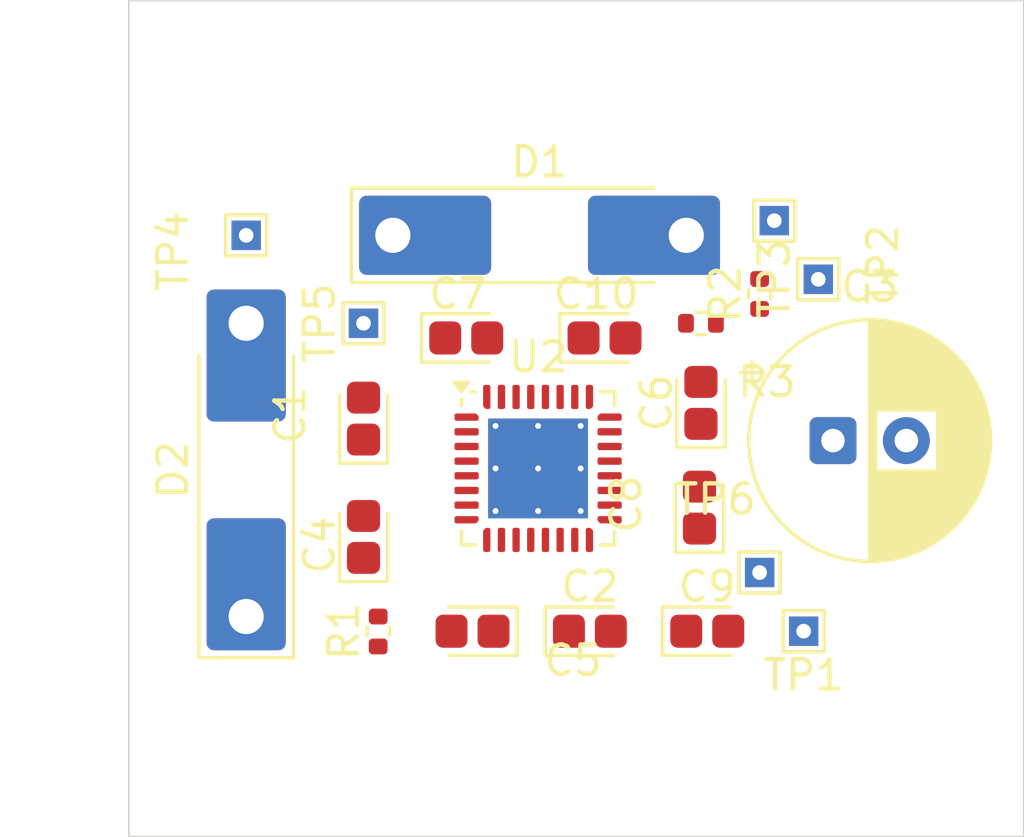
<source format=kicad_pcb>
(kicad_pcb (version 20241229) (generator "pcbnew") (generator_version "9.0")
  (layers (0 "F.Cu" signal) (2 "B.Cu" signal) (13 "F.Paste" user) (15 "B.Paste" user) (5 "F.SilkS" user "F.Silkscreen") (7 "B.SilkS" user "B.Silkscreen") (1 "F.Mask" user) (3 "B.Mask" user) (25 "Edge.Cuts" user))
  (net 0 "")
  (net 1 "Net-(U2-CPO)")
  (net 2 "Net-(U2-CPI)")
  (net 3 "5VOUT{slash}2.3E")
  (net 4 "GND")
  (net 5 "VCC_IO{slash}2.2D")
  (net 6 "VS")
  (net 7 "Net-(C9-Pad2)")
  (net 8 "Net-(U2-VCP)")
  (net 9 "Net-(JP2-B)")
  (net 10 "Net-(JP3-B)")
  (net 11 "Net-(J5-Pin_3)")
  (net 12 "Net-(J5-Pin_4)")
  (net 13 "Net-(J5-Pin_1)")
  (net 14 "Net-(J5-Pin_2)")
  (net 15 "DIAG")
  (net 16 "ENN")
  (net 17 "INDEX")
  (net 18 "+3.3V")
  (net 20 "MS1")
  (net 21 "MS2")
  (net 22 "Net-(J1-Pin_2)")
  (net 25 "Net-(J3-Pin_2)")
  (net 26 "PDN_UART")
  (footprint "Resistor_SMD:R_0402_1005Metric" (layer "F.Cu") (at 139.5 82 180)
    (property "Reference" "R3" (at -2.25 -2 0) (layer "F.SilkS"))
    (property "Value" "R")
    (fp_line (start -0.153641 0.38) (end 0.153641 0.38) (stroke (width 0.12)) (layer "F.SilkS"))
    (fp_line (start -0.153641 -0.38) (end 0.153641 -0.38) (stroke (width 0.12)) (layer "F.SilkS"))
    (pad "1" smd roundrect (at -0.51 0 180) (size 0.54 0.64) (layers "F.Cu" "F.Mask" "F.Paste") (net 7 "Net-(C9-Pad2)"))
    (pad "2" smd roundrect (at 0.51 0 180) (size 0.54 0.64) (layers "F.Cu" "F.Mask" "F.Paste") (net 4 "GND"))
  )
  (footprint "TestPoint:TestPoint_THTPad_1.0x1.0mm_Drill0.5mm" (layer "F.Cu") (at 124 79 90)
    (property "Reference" "TP4" (at -0.55 -2.498 90) (layer "F.SilkS"))
    (property "Value" "TestPoint")
    (fp_line (start 0.7 -0.7) (end 0.7 0.7) (stroke (width 0.12)) (layer "F.SilkS"))
    (fp_line (start -0.7 -0.7) (end 0.7 -0.7) (stroke (width 0.12)) (layer "F.SilkS"))
    (fp_line (start 0.7 0.7) (end -0.7 0.7) (stroke (width 0.12)) (layer "F.SilkS"))
    (fp_line (start -0.7 0.7) (end -0.7 -0.7) (stroke (width 0.12)) (layer "F.SilkS"))
    (pad "1" thru_hole rect (at 0 0 90) (size 1 1) (drill 0.5) (layers "*.Cu" "*.Mask") (net 14 "Net-(J5-Pin_2)"))
  )
  (footprint "Diode_SMD:D_MELF-RM10_Universal_Handsoldering" (layer "F.Cu") (at 124 87 90)
    (property "Reference" "D2" (at 0 -2.5 90) (layer "F.SilkS"))
    (property "Value" "1N5711")
    (fp_line (start 3.9 -1.61) (end -6.41 -1.61) (stroke (width 0.12)) (layer "F.SilkS"))
    (fp_line (start -6.41 -1.61) (end -6.41 1.61) (stroke (width 0.12)) (layer "F.SilkS"))
    (fp_line (start -6.41 1.61) (end 3.9 1.61) (stroke (width 0.12)) (layer "F.SilkS"))
    (pad "1" thru_hole roundrect (at -5 0 90) (size 4.5 2.7) (drill 1.19888 (offset 1.1 0)) (layers "*.Cu" "*.Mask") (roundrect_rratio 0.0925925926) (net 6 "VS"))
    (pad "2" thru_hole roundrect (at 5 0 270) (size 4.5 2.7) (drill 1.19888 (offset 1.1 0)) (layers "*.Cu" "*.Mask") (roundrect_rratio 0.0925925926) (net 4 "GND"))
  )
  (footprint "Capacitor_Tantalum_SMD:CP_EIA-1608-10_AVX-L" (layer "F.Cu") (at 139.45 88.285 90)
    (property "Reference" "C8" (at 0.115 -2.5 90) (layer "F.SilkS"))
    (property "Value" "10uF")
    (fp_line (start 0.8 -0.825) (end -1.52 -0.825) (stroke (width 0.12)) (layer "F.SilkS"))
    (fp_line (start -1.52 -0.825) (end -1.52 0.825) (stroke (width 0.12)) (layer "F.SilkS"))
    (fp_line (start -1.52 0.825) (end 0.8 0.825) (stroke (width 0.12)) (layer "F.SilkS"))
    (pad "1" smd roundrect (at -0.715 0 90) (size 1.09 1.13) (layers "F.Cu" "F.Mask" "F.Paste") (roundrect_rratio 0.229358) (net 6 "VS"))
    (pad "2" smd roundrect (at 0.715 0 90) (size 1.09 1.13) (layers "F.Cu" "F.Mask" "F.Paste") (roundrect_rratio 0.229358) (net 4 "GND"))
  )
  (footprint "Capacitor_Tantalum_SMD:CP_EIA-1608-10_AVX-L" (layer "F.Cu") (at 139.715 92.5)
    (property "Reference" "C9" (at 0 -1.52 0) (layer "F.SilkS"))
    (property "Value" "1uF")
    (fp_line (start -1.52 -0.825) (end -1.52 0.825) (stroke (width 0.12)) (layer "F.SilkS"))
    (fp_line (start -1.52 0.825) (end 0.8 0.825) (stroke (width 0.12)) (layer "F.SilkS"))
    (fp_line (start 0.8 -0.825) (end -1.52 -0.825) (stroke (width 0.12)) (layer "F.SilkS"))
    (pad "1" smd roundrect (at -0.715 0) (size 1.09 1.13) (layers "F.Cu" "F.Mask" "F.Paste") (roundrect_rratio 0.229358) (net 6 "VS"))
    (pad "2" smd roundrect (at 0.715 0) (size 1.09 1.13) (layers "F.Cu" "F.Mask" "F.Paste") (roundrect_rratio 0.229358) (net 7 "Net-(C9-Pad2)"))
  )
  (footprint "Capacitor_Tantalum_SMD:CP_EIA-1608-10_AVX-L" (layer "F.Cu") (at 131.5 82.5)
    (property "Reference" "C7" (at -0.285 -1.5 0) (layer "F.SilkS"))
    (property "Value" "10uF")
    (fp_line (start -1.52 -0.825) (end -1.52 0.825) (stroke (width 0.12)) (layer "F.SilkS"))
    (fp_line (start -1.52 0.825) (end 0.8 0.825) (stroke (width 0.12)) (layer "F.SilkS"))
    (fp_line (start 0.8 -0.825) (end -1.52 -0.825) (stroke (width 0.12)) (layer "F.SilkS"))
    (pad "1" smd roundrect (at -0.715 0) (size 1.09 1.13) (layers "F.Cu" "F.Mask" "F.Paste") (roundrect_rratio 0.229358) (net 6 "VS"))
    (pad "2" smd roundrect (at 0.715 0) (size 1.09 1.13) (layers "F.Cu" "F.Mask" "F.Paste") (roundrect_rratio 0.229358) (net 4 "GND"))
  )
  (footprint "Capacitor_Tantalum_SMD:CP_EIA-1608-10_AVX-L" (layer "F.Cu") (at 136.215 82.5)
    (property "Reference" "C10" (at -0.285 -1.5 0) (layer "F.SilkS"))
    (property "Value" "100nF")
    (fp_line (start -1.52 -0.825) (end -1.52 0.825) (stroke (width 0.12)) (layer "F.SilkS"))
    (fp_line (start -1.52 0.825) (end 0.8 0.825) (stroke (width 0.12)) (layer "F.SilkS"))
    (fp_line (start 0.8 -0.825) (end -1.52 -0.825) (stroke (width 0.12)) (layer "F.SilkS"))
    (pad "1" smd roundrect (at -0.715 0) (size 1.09 1.13) (layers "F.Cu" "F.Mask" "F.Paste") (roundrect_rratio 0.229358) (net 6 "VS"))
    (pad "2" smd roundrect (at 0.715 0) (size 1.09 1.13) (layers "F.Cu" "F.Mask" "F.Paste") (roundrect_rratio 0.229358) (net 8 "Net-(U2-VCP)"))
  )
  (footprint "Capacitor_Tantalum_SMD:CP_EIA-1608-10_AVX-L" (layer "F.Cu") (at 128 85.25 90)
    (property "Reference" "C1" (at 0.115 -2.5 90) (layer "F.SilkS"))
    (property "Value" "22nF")
    (fp_line (start 0.8 -0.825) (end -1.52 -0.825) (stroke (width 0.12)) (layer "F.SilkS"))
    (fp_line (start -1.52 -0.825) (end -1.52 0.825) (stroke (width 0.12)) (layer "F.SilkS"))
    (fp_line (start -1.52 0.825) (end 0.8 0.825) (stroke (width 0.12)) (layer "F.SilkS"))
    (pad "1" smd roundrect (at -0.715 0 90) (size 1.09 1.13) (layers "F.Cu" "F.Mask" "F.Paste") (roundrect_rratio 0.229358) (net 2 "Net-(U2-CPI)"))
    (pad "2" smd roundrect (at 0.715 0 90) (size 1.09 1.13) (layers "F.Cu" "F.Mask" "F.Paste") (roundrect_rratio 0.229358) (net 1 "Net-(U2-CPO)"))
  )
  (footprint "TestPoint:TestPoint_THTPad_1.0x1.0mm_Drill0.5mm" (layer "F.Cu") (at 141.5 90.5)
    (property "Reference" "TP6" (at -1.5 -2.498 0) (layer "F.SilkS"))
    (property "Value" "TestPoint")
    (fp_line (start -0.7 -0.7) (end 0.7 -0.7) (stroke (width 0.12)) (layer "F.SilkS"))
    (fp_line (start -0.7 0.7) (end -0.7 -0.7) (stroke (width 0.12)) (layer "F.SilkS"))
    (fp_line (start 0.7 -0.7) (end 0.7 0.7) (stroke (width 0.12)) (layer "F.SilkS"))
    (fp_line (start 0.7 0.7) (end -0.7 0.7) (stroke (width 0.12)) (layer "F.SilkS"))
    (pad "1" thru_hole rect (at 0 0) (size 1 1) (drill 0.5) (layers "*.Cu" "*.Mask") (net 9 "Net-(JP2-B)"))
  )
  (footprint "TestPoint:TestPoint_THTPad_1.0x1.0mm_Drill0.5mm" (layer "F.Cu") (at 128 82 90)
    (property "Reference" "TP5" (at 0 -1.498 90) (layer "F.SilkS"))
    (property "Value" "TestPoint")
    (fp_line (start 0.7 -0.7) (end 0.7 0.7) (stroke (width 0.12)) (layer "F.SilkS"))
    (fp_line (start -0.7 -0.7) (end 0.7 -0.7) (stroke (width 0.12)) (layer "F.SilkS"))
    (fp_line (start 0.7 0.7) (end -0.7 0.7) (stroke (width 0.12)) (layer "F.SilkS"))
    (fp_line (start -0.7 0.7) (end -0.7 -0.7) (stroke (width 0.12)) (layer "F.SilkS"))
    (pad "1" thru_hole rect (at 0 0 90) (size 1 1) (drill 0.5) (layers "*.Cu" "*.Mask") (net 10 "Net-(JP3-B)"))
  )
  (footprint "Capacitor_Tantalum_SMD:CP_EIA-1608-10_AVX-L" (layer "F.Cu") (at 135.715 92.5)
    (property "Reference" "C2" (at 0 -1.52 0) (layer "F.SilkS"))
    (property "Value" "1.2uF")
    (fp_line (start -1.52 -0.825) (end -1.52 0.825) (stroke (width 0.12)) (layer "F.SilkS"))
    (fp_line (start -1.52 0.825) (end 0.8 0.825) (stroke (width 0.12)) (layer "F.SilkS"))
    (fp_line (start 0.8 -0.825) (end -1.52 -0.825) (stroke (width 0.12)) (layer "F.SilkS"))
    (pad "1" smd roundrect (at -0.715 0) (size 1.09 1.13) (layers "F.Cu" "F.Mask" "F.Paste") (roundrect_rratio 0.229358) (net 3 "5VOUT{slash}2.3E"))
    (pad "2" smd roundrect (at 0.715 0) (size 1.09 1.13) (layers "F.Cu" "F.Mask" "F.Paste") (roundrect_rratio 0.229358) (net 4 "GND"))
  )
  (footprint "Capacitor_Tantalum_SMD:CP_EIA-1608-10_AVX-L" (layer "F.Cu") (at 131.715 92.5 180)
    (property "Reference" "C5" (at -3.42 -1 0) (layer "F.SilkS"))
    (property "Value" "130uF")
    (fp_line (start 0.8 -0.825) (end -1.52 -0.825) (stroke (width 0.12)) (layer "F.SilkS"))
    (fp_line (start -1.52 0.825) (end 0.8 0.825) (stroke (width 0.12)) (layer "F.SilkS"))
    (fp_line (start -1.52 -0.825) (end -1.52 0.825) (stroke (width 0.12)) (layer "F.SilkS"))
    (pad "1" smd roundrect (at -0.715 0 180) (size 1.09 1.13) (layers "F.Cu" "F.Mask" "F.Paste") (roundrect_rratio 0.229358) (net 6 "VS"))
    (pad "2" smd roundrect (at 0.715 0 180) (size 1.09 1.13) (layers "F.Cu" "F.Mask" "F.Paste") (roundrect_rratio 0.229358) (net 4 "GND"))
  )
  (footprint "Resistor_SMD:R_0402_1005Metric" (layer "F.Cu") (at 141.5 81 90)
    (property "Reference" "R2" (at 0 -1.17 90) (layer "F.SilkS"))
    (property "Value" "R")
    (fp_line (start -0.153641 -0.38) (end 0.153641 -0.38) (stroke (width 0.12)) (layer "F.SilkS"))
    (fp_line (start -0.153641 0.38) (end 0.153641 0.38) (stroke (width 0.12)) (layer "F.SilkS"))
    (pad "1" smd roundrect (at -0.51 0 90) (size 0.54 0.64) (layers "F.Cu" "F.Mask" "F.Paste") (net 10 "Net-(JP3-B)"))
    (pad "2" smd roundrect (at 0.51 0 90) (size 0.54 0.64) (layers "F.Cu" "F.Mask" "F.Paste") (net 4 "GND"))
  )
  (footprint "Capacitor_THT:CP_Radial_D8.0mm_P2.50mm" (layer "F.Cu") (at 144 86)
    (property "Reference" "C3" (at 1.25 -5.25 0) (layer "F.SilkS"))
    (property "Value" "100nF")
    (fp_line (start -3.159698 -2.315) (end -2.359698 -2.315) (stroke (width 0.12)) (layer "F.SilkS"))
    (fp_line (start -2.759698 -2.715) (end -2.759698 -1.915) (stroke (width 0.12)) (layer "F.SilkS"))
    (fp_line (start 1.25 -4.08) (end 1.25 4.08) (stroke (width 0.12)) (layer "F.SilkS"))
    (fp_line (start 1.29 -4.08) (end 1.29 4.08) (stroke (width 0.12)) (layer "F.SilkS"))
    (fp_line (start 1.33 -4.079) (end 1.33 4.079) (stroke (width 0.12)) (layer "F.SilkS"))
    (fp_line (start 1.37 -4.078) (end 1.37 4.078) (stroke (width 0.12)) (layer "F.SilkS"))
    (fp_line (start 1.41 -4.077) (end 1.41 4.077) (stroke (width 0.12)) (layer "F.SilkS"))
    (fp_line (start 1.45 -4.075) (end 1.45 4.075) (stroke (width 0.12)) (layer "F.SilkS"))
    (fp_line (start 1.49 -4.073) (end 1.49 -1.04) (stroke (width 0.12)) (layer "F.SilkS"))
    (fp_line (start 1.49 1.04) (end 1.49 4.073) (stroke (width 0.12)) (layer "F.SilkS"))
    (fp_line (start 1.53 -4.07) (end 1.53 -1.04) (stroke (width 0.12)) (layer "F.SilkS"))
    (fp_line (start 1.53 1.04) (end 1.53 4.07) (stroke (width 0.12)) (layer "F.SilkS"))
    (fp_line (start 1.57 -4.068) (end 1.57 -1.04) (stroke (width 0.12)) (layer "F.SilkS"))
    (fp_line (start 1.57 1.04) (end 1.57 4.068) (stroke (width 0.12)) (layer "F.SilkS"))
    (fp_line (start 1.61 -4.064) (end 1.61 -1.04) (stroke (width 0.12)) (layer "F.SilkS"))
    (fp_line (start 1.61 1.04) (end 1.61 4.064) (stroke (width 0.12)) (layer "F.SilkS"))
    (fp_line (start 1.65 -4.061) (end 1.65 -1.04) (stroke (width 0.12)) (layer "F.SilkS"))
    (fp_line (start 1.65 1.04) (end 1.65 4.061) (stroke (width 0.12)) (layer "F.SilkS"))
    (fp_line (start 1.69 -4.056) (end 1.69 -1.04) (stroke (width 0.12)) (layer "F.SilkS"))
    (fp_line (start 1.69 1.04) (end 1.69 4.056) (stroke (width 0.12)) (layer "F.SilkS"))
    (fp_line (start 1.73 -4.052) (end 1.73 -1.04) (stroke (width 0.12)) (layer "F.SilkS"))
    (fp_line (start 1.73 1.04) (end 1.73 4.052) (stroke (width 0.12)) (layer "F.SilkS"))
    (fp_line (start 1.77 -4.047) (end 1.77 -1.04) (stroke (width 0.12)) (layer "F.SilkS"))
    (fp_line (start 1.77 1.04) (end 1.77 4.047) (stroke (width 0.12)) (layer "F.SilkS"))
    (fp_line (start 1.81 -4.042) (end 1.81 -1.04) (stroke (width 0.12)) (layer "F.SilkS"))
    (fp_line (start 1.81 1.04) (end 1.81 4.042) (stroke (width 0.12)) (layer "F.SilkS"))
    (fp_line (start 1.85 -4.036) (end 1.85 -1.04) (stroke (width 0.12)) (layer "F.SilkS"))
    (fp_line (start 1.85 1.04) (end 1.85 4.036) (stroke (width 0.12)) (layer "F.SilkS"))
    (fp_line (start 1.89 -4.03) (end 1.89 -1.04) (stroke (width 0.12)) (layer "F.SilkS"))
    (fp_line (start 1.89 1.04) (end 1.89 4.03) (stroke (width 0.12)) (layer "F.SilkS"))
    (fp_line (start 1.93 -4.023) (end 1.93 -1.04) (stroke (width 0.12)) (layer "F.SilkS"))
    (fp_line (start 1.93 1.04) (end 1.93 4.023) (stroke (width 0.12)) (layer "F.SilkS"))
    (fp_line (start 1.97 -4.017) (end 1.97 -1.04) (stroke (width 0.12)) (layer "F.SilkS"))
    (fp_line (start 1.97 1.04) (end 1.97 4.017) (stroke (width 0.12)) (layer "F.SilkS"))
    (fp_line (start 2.01 -4.009) (end 2.01 -1.04) (stroke (width 0.12)) (layer "F.SilkS"))
    (fp_line (start 2.01 1.04) (end 2.01 4.009) (stroke (width 0.12)) (layer "F.SilkS"))
    (fp_line (start 2.05 -4.002) (end 2.05 -1.04) (stroke (width 0.12)) (layer "F.SilkS"))
    (fp_line (start 2.05 1.04) (end 2.05 4.002) (stroke (width 0.12)) (layer "F.SilkS"))
    (fp_line (start 2.09 -3.993) (end 2.09 -1.04) (stroke (width 0.12)) (layer "F.SilkS"))
    (fp_line (start 2.09 1.04) (end 2.09 3.993) (stroke (width 0.12)) (layer "F.SilkS"))
    (fp_line (start 2.13 -3.985) (end 2.13 -1.04) (stroke (width 0.12)) (layer "F.SilkS"))
    (fp_line (start 2.13 1.04) (end 2.13 3.985) (stroke (width 0.12)) (layer "F.SilkS"))
    (fp_line (start 2.17 -3.976) (end 2.17 -1.04) (stroke (width 0.12)) (layer "F.SilkS"))
    (fp_line (start 2.17 1.04) (end 2.17 3.976) (stroke (width 0.12)) (layer "F.SilkS"))
    (fp_line (start 2.21 -3.967) (end 2.21 -1.04) (stroke (width 0.12)) (layer "F.SilkS"))
    (fp_line (start 2.21 1.04) (end 2.21 3.967) (stroke (width 0.12)) (layer "F.SilkS"))
    (fp_line (start 2.25 -3.957) (end 2.25 -1.04) (stroke (width 0.12)) (layer "F.SilkS"))
    (fp_line (start 2.25 1.04) (end 2.25 3.957) (stroke (width 0.12)) (layer "F.SilkS"))
    (fp_line (start 2.29 -3.947) (end 2.29 -1.04) (stroke (width 0.12)) (layer "F.SilkS"))
    (fp_line (start 2.29 1.04) (end 2.29 3.947) (stroke (width 0.12)) (layer "F.SilkS"))
    (fp_line (start 2.33 -3.936) (end 2.33 -1.04) (stroke (width 0.12)) (layer "F.SilkS"))
    (fp_line (start 2.33 1.04) (end 2.33 3.936) (stroke (width 0.12)) (layer "F.SilkS"))
    (fp_line (start 2.37 -3.925) (end 2.37 -1.04) (stroke (width 0.12)) (layer "F.SilkS"))
    (fp_line (start 2.37 1.04) (end 2.37 3.925) (stroke (width 0.12)) (layer "F.SilkS"))
    (fp_line (start 2.41 -3.913) (end 2.41 -1.04) (stroke (width 0.12)) (layer "F.SilkS"))
    (fp_line (start 2.41 1.04) (end 2.41 3.913) (stroke (width 0.12)) (layer "F.SilkS"))
    (fp_line (start 2.45 -3.901) (end 2.45 -1.04) (stroke (width 0.12)) (layer "F.SilkS"))
    (fp_line (start 2.45 1.04) (end 2.45 3.901) (stroke (width 0.12)) (layer "F.SilkS"))
    (fp_line (start 2.49 -3.889) (end 2.49 -1.04) (stroke (width 0.12)) (layer "F.SilkS"))
    (fp_line (start 2.49 1.04) (end 2.49 3.889) (stroke (width 0.12)) (layer "F.SilkS"))
    (fp_line (start 2.53 -3.876) (end 2.53 -1.04) (stroke (width 0.12)) (layer "F.SilkS"))
    (fp_line (start 2.53 1.04) (end 2.53 3.876) (stroke (width 0.12)) (layer "F.SilkS"))
    (fp_line (start 2.57 -3.863) (end 2.57 -1.04) (stroke (width 0.12)) (layer "F.SilkS"))
    (fp_line (start 2.57 1.04) (end 2.57 3.863) (stroke (width 0.12)) (layer "F.SilkS"))
    (fp_line (start 2.61 -3.849) (end 2.61 -1.04) (stroke (width 0.12)) (layer "F.SilkS"))
    (fp_line (start 2.61 1.04) (end 2.61 3.849) (stroke (width 0.12)) (layer "F.SilkS"))
    (fp_line (start 2.65 -3.835) (end 2.65 -1.04) (stroke (width 0.12)) (layer "F.SilkS"))
    (fp_line (start 2.65 1.04) (end 2.65 3.835) (stroke (width 0.12)) (layer "F.SilkS"))
    (fp_line (start 2.69 -3.82) (end 2.69 -1.04) (stroke (width 0.12)) (layer "F.SilkS"))
    (fp_line (start 2.69 1.04) (end 2.69 3.82) (stroke (width 0.12)) (layer "F.SilkS"))
    (fp_line (start 2.73 -3.805) (end 2.73 -1.04) (stroke (width 0.12)) (layer "F.SilkS"))
    (fp_line (start 2.73 1.04) (end 2.73 3.805) (stroke (width 0.12)) (layer "F.SilkS"))
    (fp_line (start 2.77 -3.789) (end 2.77 -1.04) (stroke (width 0.12)) (layer "F.SilkS"))
    (fp_line (start 2.77 1.04) (end 2.77 3.789) (stroke (width 0.12)) (layer "F.SilkS"))
    (fp_line (start 2.81 -3.773) (end 2.81 -1.04) (stroke (width 0.12)) (layer "F.SilkS"))
    (fp_line (start 2.81 1.04) (end 2.81 3.773) (stroke (width 0.12)) (layer "F.SilkS"))
    (fp_line (start 2.85 -3.757) (end 2.85 -1.04) (stroke (width 0.12)) (layer "F.SilkS"))
    (fp_line (start 2.85 1.04) (end 2.85 3.757) (stroke (width 0.12)) (layer "F.SilkS"))
    (fp_line (start 2.89 -3.74) (end 2.89 -1.04) (stroke (width 0.12)) (layer "F.SilkS"))
    (fp_line (start 2.89 1.04) (end 2.89 3.74) (stroke (width 0.12)) (layer "F.SilkS"))
    (fp_line (start 2.93 -3.722) (end 2.93 -1.04) (stroke (width 0.12)) (layer "F.SilkS"))
    (fp_line (start 2.93 1.04) (end 2.93 3.722) (stroke (width 0.12)) (layer "F.SilkS"))
    (fp_line (start 2.97 -3.704) (end 2.97 -1.04) (stroke (width 0.12)) (layer "F.SilkS"))
    (fp_line (start 2.97 1.04) (end 2.97 3.704) (stroke (width 0.12)) (layer "F.SilkS"))
    (fp_line (start 3.01 -3.685) (end 3.01 -1.04) (stroke (width 0.12)) (layer "F.SilkS"))
    (fp_line (start 3.01 1.04) (end 3.01 3.685) (stroke (width 0.12)) (layer "F.SilkS"))
    (fp_line (start 3.05 -3.666) (end 3.05 -1.04) (stroke (width 0.12)) (layer "F.SilkS"))
    (fp_line (start 3.05 1.04) (end 3.05 3.666) (stroke (width 0.12)) (layer "F.SilkS"))
    (fp_line (start 3.09 -3.646) (end 3.09 -1.04) (stroke (width 0.12)) (layer "F.SilkS"))
    (fp_line (start 3.09 1.04) (end 3.09 3.646) (stroke (width 0.12)) (layer "F.SilkS"))
    (fp_line (start 3.13 -3.626) (end 3.13 -1.04) (stroke (width 0.12)) (layer "F.SilkS"))
    (fp_line (start 3.13 1.04) (end 3.13 3.626) (stroke (width 0.12)) (layer "F.SilkS"))
    (fp_line (start 3.17 -3.605) (end 3.17 -1.04) (stroke (width 0.12)) (layer "F.SilkS"))
    (fp_line (start 3.17 1.04) (end 3.17 3.605) (stroke (width 0.12)) (layer "F.SilkS"))
    (fp_line (start 3.21 -3.584) (end 3.21 -1.04) (stroke (width 0.12)) (layer "F.SilkS"))
    (fp_line (start 3.21 1.04) (end 3.21 3.584) (stroke (width 0.12)) (layer "F.SilkS"))
    (fp_line (start 3.25 -3.562) (end 3.25 -1.04) (stroke (width 0.12)) (layer "F.SilkS"))
    (fp_line (start 3.25 1.04) (end 3.25 3.562) (stroke (width 0.12)) (layer "F.SilkS"))
    (fp_line (start 3.29 -3.539) (end 3.29 -1.04) (stroke (width 0.12)) (layer "F.SilkS"))
    (fp_line (start 3.29 1.04) (end 3.29 3.539) (stroke (width 0.12)) (layer "F.SilkS"))
    (fp_line (start 3.33 -3.516) (end 3.33 -1.04) (stroke (width 0.12)) (layer "F.SilkS"))
    (fp_line (start 3.33 1.04) (end 3.33 3.516) (stroke (width 0.12)) (layer "F.SilkS"))
    (fp_line (start 3.37 -3.493) (end 3.37 -1.04) (stroke (width 0.12)) (layer "F.SilkS"))
    (fp_line (start 3.37 1.04) (end 3.37 3.493) (stroke (width 0.12)) (layer "F.SilkS"))
    (fp_line (start 3.41 -3.468) (end 3.41 -1.04) (stroke (width 0.12)) (layer "F.SilkS"))
    (fp_line (start 3.41 1.04) (end 3.41 3.468) (stroke (width 0.12)) (layer "F.SilkS"))
    (fp_line (start 3.45 -3.443) (end 3.45 -1.04) (stroke (width 0.12)) (layer "F.SilkS"))
    (fp_line (start 3.45 1.04) (end 3.45 3.443) (stroke (width 0.12)) (layer "F.SilkS"))
    (fp_line (start 3.49 -3.418) (end 3.49 -1.04) (stroke (width 0.12)) (layer "F.SilkS"))
    (fp_line (start 3.49 1.04) (end 3.49 3.418) (stroke (width 0.12)) (layer "F.SilkS"))
    (fp_line (start 3.53 -3.392) (end 3.53 -1.04) (stroke (width 0.12)) (layer "F.SilkS"))
    (fp_line (start 3.53 1.04) (end 3.53 3.392) (stroke (width 0.12)) (layer "F.SilkS"))
    (fp_line (start 3.57 -3.365) (end 3.57 3.365) (stroke (width 0.12)) (layer "F.SilkS"))
    (fp_line (start 3.61 -3.337) (end 3.61 3.337) (stroke (width 0.12)) (layer "F.SilkS"))
    (fp_line (start 3.65 -3.309) (end 3.65 3.309) (stroke (width 0.12)) (layer "F.SilkS"))
    (fp_line (start 3.69 -3.28) (end 3.69 3.28) (stroke (width 0.12)) (layer "F.SilkS"))
    (fp_line (start 3.73 -3.25) (end 3.73 3.25) (stroke (width 0.12)) (layer "F.SilkS"))
    (fp_line (start 3.77 -3.219) (end 3.77 3.219) (stroke (width 0.12)) (layer "F.SilkS"))
    (fp_line (start 3.81 -3.188) (end 3.81 3.188) (stroke (width 0.12)) (layer "F.SilkS"))
    (fp_line (start 3.85 -3.156) (end 3.85 3.156) (stroke (width 0.12)) (layer "F.SilkS"))
    (fp_line (start 3.89 -3.123) (end 3.89 3.123) (stroke (width 0.12)) (layer "F.SilkS"))
    (fp_line (start 3.93 -3.089) (end 3.93 3.089) (stroke (width 0.12)) (layer "F.SilkS"))
    (fp_line (start 3.97 -3.055) (end 3.97 3.055) (stroke (width 0.12)) (layer "F.SilkS"))
    (fp_line (start 4.01 -3.019) (end 4.01 3.019) (stroke (width 0.12)) (layer "F.SilkS"))
    (fp_line (start 4.05 -2.982) (end 4.05 2.982) (stroke (width 0.12)) (layer "F.SilkS"))
    (fp_line (start 4.09 -2.945) (end 4.09 2.945) (stroke (width 0.12)) (layer "F.SilkS"))
    (fp_line (start 4.13 -2.906) (end 4.13 2.906) (stroke (width 0.12)) (layer "F.SilkS"))
    (fp_line (start 4.17 -2.867) (end 4.17 2.867) (stroke (width 0.12)) (layer "F.SilkS"))
    (fp_line (start 4.21 -2.826) (end 4.21 2.826) (stroke (width 0.12)) (layer "F.SilkS"))
    (fp_line (start 4.25 -2.784) (end 4.25 2.784) (stroke (width 0.12)) (layer "F.SilkS"))
    (fp_line (start 4.29 -2.741) (end 4.29 2.741) (stroke (width 0.12)) (layer "F.SilkS"))
    (fp_line (start 4.33 -2.696) (end 4.33 2.696) (stroke (width 0.12)) (layer "F.SilkS"))
    (fp_line (start 4.37 -2.651) (end 4.37 2.651) (stroke (width 0.12)) (layer "F.SilkS"))
    (fp_line (start 4.41 -2.604) (end 4.41 2.604) (stroke (width 0.12)) (layer "F.SilkS"))
    (fp_line (start 4.45 -2.555) (end 4.45 2.555) (stroke (width 0.12)) (layer "F.SilkS"))
    (fp_line (start 4.49 -2.505) (end 4.49 2.505) (stroke (width 0.12)) (layer "F.SilkS"))
    (fp_line (start 4.53 -2.453) (end 4.53 2.453) (stroke (width 0.12)) (layer "F.SilkS"))
    (fp_line (start 4.57 -2.4) (end 4.57 2.4) (stroke (width 0.12)) (layer "F.SilkS"))
    (fp_line (start 4.61 -2.344) (end 4.61 2.344) (stroke (width 0.12)) (layer "F.SilkS"))
    (fp_line (start 4.65 -2.287) (end 4.65 2.287) (stroke (width 0.12)) (layer "F.SilkS"))
    (fp_line (start 4.69 -2.227) (end 4.69 2.227) (stroke (width 0.12)) (layer "F.SilkS"))
    (fp_line (start 4.73 -2.165) (end 4.73 2.165) (stroke (width 0.12)) (layer "F.SilkS"))
    (fp_line (start 4.77 -2.101) (end 4.77 2.101) (stroke (width 0.12)) (layer "F.SilkS"))
    (fp_line (start 4.81 -2.034) (end 4.81 2.034) (stroke (width 0.12)) (layer "F.SilkS"))
    (fp_line (start 4.85 -1.964) (end 4.85 1.964) (stroke (width 0.12)) (layer "F.SilkS"))
    (fp_line (start 4.89 -1.89) (end 4.89 1.89) (stroke (width 0.12)) (layer "F.SilkS"))
    (fp_line (start 4.93 -1.813) (end 4.93 1.813) (stroke (width 0.12)) (layer "F.SilkS"))
    (fp_line (start 4.97 -1.731) (end 4.97 1.731) (stroke (width 0.12)) (layer "F.SilkS"))
    (fp_line (start 5.01 -1.644) (end 5.01 1.644) (stroke (width 0.12)) (layer "F.SilkS"))
    (fp_line (start 5.05 -1.552) (end 5.05 1.552) (stroke (width 0.12)) (layer "F.SilkS"))
    (fp_line (start 5.09 -1.453) (end 5.09 1.453) (stroke (width 0.12)) (layer "F.SilkS"))
    (fp_line (start 5.13 -1.346) (end 5.13 1.346) (stroke (width 0.12)) (layer "F.SilkS"))
    (fp_line (start 5.17 -1.228) (end 5.17 1.228) (stroke (width 0.12)) (layer "F.SilkS"))
    (fp_line (start 5.21 -1.097) (end 5.21 1.097) (stroke (width 0.12)) (layer "F.SilkS"))
    (fp_line (start 5.25 -0.947) (end 5.25 0.947) (stroke (width 0.12)) (layer "F.SilkS"))
    (fp_line (start 5.29 -0.768) (end 5.29 0.768) (stroke (width 0.12)) (layer "F.SilkS"))
    (fp_line (start 5.33 -0.533) (end 5.33 0.533) (stroke (width 0.12)) (layer "F.SilkS"))
    (fp_circle (center 1.25 0) (end 5.37 0) (stroke (width 0.12)) (fill no) (layer "F.SilkS"))
    (pad "1" thru_hole roundrect (at 0 0) (size 1.6 1.6) (drill 0.8) (layers "*.Cu" "*.Mask") (roundrect_rratio 0.15625) (net 4 "GND"))
    (pad "2" thru_hole circle (at 2.5 0) (size 1.6 1.6) (drill 0.8) (layers "*.Cu" "*.Mask") (net 5 "VCC_IO{slash}2.2D"))
  )
  (footprint "Capacitor_Tantalum_SMD:CP_EIA-1608-10_AVX-L" (layer "F.Cu") (at 139.5 84.715 90)
    (property "Reference" "C6" (at 0 -1.52 90) (layer "F.SilkS"))
    (property "Value" "100nF")
    (fp_line (start 0.8 -0.825) (end -1.52 -0.825) (stroke (width 0.12)) (layer "F.SilkS"))
    (fp_line (start -1.52 -0.825) (end -1.52 0.825) (stroke (width 0.12)) (layer "F.SilkS"))
    (fp_line (start -1.52 0.825) (end 0.8 0.825) (stroke (width 0.12)) (layer "F.SilkS"))
    (pad "1" smd roundrect (at -0.715 0 90) (size 1.09 1.13) (layers "F.Cu" "F.Mask" "F.Paste") (roundrect_rratio 0.229358) (net 6 "VS"))
    (pad "2" smd roundrect (at 0.715 0 90) (size 1.09 1.13) (layers "F.Cu" "F.Mask" "F.Paste") (roundrect_rratio 0.229358) (net 4 "GND"))
  )
  (footprint "Package_DFN_QFN:TQFN-32-1EP_5x5mm_P0.5mm_EP3.4x3.4mm_ThermalVias" (layer "F.Cu") (at 133.95 86.95)
    (property "Reference" "U2" (at 0 -3.8 0) (layer "F.SilkS"))
    (property "Value" "TMC2208-LA")
    (fp_line (start -2.61 -2.135) (end -2.61 -2.37) (stroke (width 0.12)) (layer "F.SilkS"))
    (fp_line (start -2.61 2.61) (end -2.61 2.135) (stroke (width 0.12)) (layer "F.SilkS"))
    (fp_line (start -2.135 -2.61) (end -2.31 -2.61) (stroke (width 0.12)) (layer "F.SilkS"))
    (fp_line (start -2.135 2.61) (end -2.61 2.61) (stroke (width 0.12)) (layer "F.SilkS"))
    (fp_line (start 2.135 -2.61) (end 2.61 -2.61) (stroke (width 0.12)) (layer "F.SilkS"))
    (fp_line (start 2.135 2.61) (end 2.61 2.61) (stroke (width 0.12)) (layer "F.SilkS"))
    (fp_line (start 2.61 -2.61) (end 2.61 -2.135) (stroke (width 0.12)) (layer "F.SilkS"))
    (fp_line (start 2.61 2.61) (end 2.61 2.135) (stroke (width 0.12)) (layer "F.SilkS"))
    (fp_poly (pts (xy -2.61 -2.61) (xy -2.85 -2.94) (xy -2.37 -2.94)) (stroke (width 0.12)) (fill yes) (layer "F.SilkS"))
    (pad "1" smd custom (at -2.4375 -1.75) (size 0.18636 0.18636) (layers "F.Cu" "F.Mask" "F.Paste") (net 14 "Net-(J5-Pin_2)") (options (clearance outline) (anchor circle)) (primitives (gr_poly (pts (xy -0.35 -0.0625) (xy 0.296612 -0.0625) (xy 0.35 -0.009112) (xy 0.35 0.0625) (xy -0.35 0.0625)) (width 0.125) (fill yes))))
    (pad "2" smd roundrect (at -2.4375 -1.25) (size 0.825 0.25) (layers "F.Cu" "F.Mask" "F.Paste") (net 16 "ENN"))
    (pad "3" smd roundrect (at -2.4375 -0.75) (size 0.825 0.25) (layers "F.Cu" "F.Mask" "F.Paste") (net 4 "GND"))
    (pad "4" smd roundrect (at -2.4375 -0.25) (size 0.825 0.25) (layers "F.Cu" "F.Mask" "F.Paste") (net 1 "Net-(U2-CPO)"))
    (pad "5" smd roundrect (at -2.4375 0.25) (size 0.825 0.25) (layers "F.Cu" "F.Mask" "F.Paste") (net 2 "Net-(U2-CPI)"))
    (pad "6" smd roundrect (at -2.4375 0.75) (size 0.825 0.25) (layers "F.Cu" "F.Mask" "F.Paste") (net 8 "Net-(U2-VCP)"))
    (pad "7" smd roundrect (at -2.4375 1.25) (size 0.825 0.25) (layers "F.Cu" "F.Mask" "F.Paste"))
    (pad "8" smd custom (at -2.4375 1.75) (size 0.18636 0.18636) (layers "F.Cu" "F.Mask" "F.Paste") (net 3 "5VOUT{slash}2.3E") (options (clearance outline) (anchor circle)) (primitives (gr_poly (pts (xy -0.35 -0.0625) (xy 0.35 -0.0625) (xy 0.35 0.009112) (xy 0.296612 0.0625) (xy -0.35 0.0625)) (width 0.125) (fill yes))))
    (pad "9" smd custom (at -1.75 2.4375) (size 0.18636 0.18636) (layers "F.Cu" "F.Mask" "F.Paste") (net 20 "MS1") (options (clearance outline) (anchor circle)) (primitives (gr_poly (pts (xy -0.0625 -0.296612) (xy -0.009112 -0.35) (xy 0.0625 -0.35) (xy 0.0625 0.35) (xy -0.0625 0.35)) (width 0.125) (fill yes))))
    (pad "10" smd roundrect (at -1.25 2.4375) (size 0.25 0.825) (layers "F.Cu" "F.Mask" "F.Paste") (net 21 "MS2"))
    (pad "11" smd roundrect (at -0.75 2.4375) (size 0.25 0.825) (layers "F.Cu" "F.Mask" "F.Paste") (net 15 "DIAG"))
    (pad "12" smd roundrect (at -0.25 2.4375) (size 0.25 0.825) (layers "F.Cu" "F.Mask" "F.Paste") (net 17 "INDEX"))
    (pad "13" smd roundrect (at 0.25 2.4375) (size 0.25 0.825) (layers "F.Cu" "F.Mask" "F.Paste") (net 4 "GND"))
    (pad "14" smd roundrect (at 0.75 2.4375) (size 0.25 0.825) (layers "F.Cu" "F.Mask" "F.Paste") (net 26 "PDN_UART"))
    (pad "15" smd roundrect (at 1.25 2.4375) (size 0.25 0.825) (layers "F.Cu" "F.Mask" "F.Paste") (net 5 "VCC_IO{slash}2.2D"))
    (pad "16" smd custom (at 1.75 2.4375) (size 0.18636 0.18636) (layers "F.Cu" "F.Mask" "F.Paste") (net 25 "Net-(J3-Pin_2)") (options (clearance outline) (anchor circle)) (primitives (gr_poly (pts (xy -0.0625 -0.35) (xy 0.009112 -0.35) (xy 0.0625 -0.296612) (xy 0.0625 0.35) (xy -0.0625 0.35)) (width 0.125) (fill yes))))
    (pad "17" smd custom (at 2.4375 1.75) (size 0.18636 0.18636) (layers "F.Cu" "F.Mask" "F.Paste") (net 18 "+3.3V") (options (clearance outline) (anchor circle)) (primitives (gr_poly (pts (xy -0.35 -0.0625) (xy 0.35 -0.0625) (xy 0.35 0.0625) (xy -0.296612 0.0625) (xy -0.35 0.009112)) (width 0.125) (fill yes))))
    (pad "18" smd roundrect (at 2.4375 1.25) (size 0.825 0.25) (layers "F.Cu" "F.Mask" "F.Paste") (net 4 "GND"))
    (pad "19" smd roundrect (at 2.4375 0.75) (size 0.825 0.25) (layers "F.Cu" "F.Mask" "F.Paste") (net 22 "Net-(J1-Pin_2)"))
    (pad "20" smd roundrect (at 2.4375 0.25) (size 0.825 0.25) (layers "F.Cu" "F.Mask" "F.Paste"))
    (pad "21" smd roundrect (at 2.4375 -0.25) (size 0.825 0.25) (layers "F.Cu" "F.Mask" "F.Paste") (net 12 "Net-(J5-Pin_4)"))
    (pad "22" smd roundrect (at 2.4375 -0.75) (size 0.825 0.25) (layers "F.Cu" "F.Mask" "F.Paste") (net 6 "VS"))
    (pad "23" smd roundrect (at 2.4375 -1.25) (size 0.825 0.25) (layers "F.Cu" "F.Mask" "F.Paste") (net 9 "Net-(JP2-B)"))
    (pad "24" smd custom (at 2.4375 -1.75) (size 0.18636 0.18636) (layers "F.Cu" "F.Mask" "F.Paste") (net 11 "Net-(J5-Pin_3)") (options (clearance outline) (anchor circle)) (primitives (gr_poly (pts (xy -0.35 -0.009112) (xy -0.296612 -0.0625) (xy 0.35 -0.0625) (xy 0.35 0.0625) (xy -0.35 0.0625)) (width 0.125) (fill yes))))
    (pad "25" smd custom (at 1.75 -2.4375) (size 0.18636 0.18636) (layers "F.Cu" "F.Mask" "F.Paste") (options (clearance outline) (anchor circle)) (primitives (gr_poly (pts (xy -0.0625 -0.35) (xy 0.0625 -0.35) (xy 0.0625 0.296612) (xy 0.009112 0.35) (xy -0.0625 0.35)) (width 0.125) (fill yes))))
    (pad "26" smd roundrect (at 1.25 -2.4375) (size 0.25 0.825) (layers "F.Cu" "F.Mask" "F.Paste") (net 13 "Net-(J5-Pin_1)"))
    (pad "27" smd roundrect (at 0.75 -2.4375) (size 0.25 0.825) (layers "F.Cu" "F.Mask" "F.Paste") (net 10 "Net-(JP3-B)"))
    (pad "28" smd roundrect (at 0.25 -2.4375) (size 0.25 0.825) (layers "F.Cu" "F.Mask" "F.Paste") (net 6 "VS"))
    (pad "29" smd roundrect (at -0.25 -2.4375) (size 0.25 0.825) (layers "F.Cu" "F.Mask" "F.Paste"))
    (pad "30" smd roundrect (at -0.75 -2.4375) (size 0.25 0.825) (layers "F.Cu" "F.Mask" "F.Paste"))
    (pad "31" smd roundrect (at -1.25 -2.4375) (size 0.25 0.825) (layers "F.Cu" "F.Mask" "F.Paste"))
    (pad "32" smd custom (at -1.75 -2.4375) (size 0.18636 0.18636) (layers "F.Cu" "F.Mask" "F.Paste") (options (clearance outline) (anchor circle)) (primitives (gr_poly (pts (xy -0.0625 -0.35) (xy 0.0625 -0.35) (xy 0.0625 0.35) (xy -0.009112 0.35) (xy -0.0625 0.296612)) (width 0.125) (fill yes))))
    (pad "33" thru_hole circle (at -1.45 -1.45) (size 0.5 0.5) (drill 0.2) (property pad_prop_heatsink) (layers "*.Cu"))
    (pad "33" thru_hole circle (at -1.45 0) (size 0.5 0.5) (drill 0.2) (property pad_prop_heatsink) (layers "*.Cu"))
    (pad "33" thru_hole circle (at -1.45 1.45) (size 0.5 0.5) (drill 0.2) (property pad_prop_heatsink) (layers "*.Cu"))
    (pad "33" thru_hole circle (at 0 -1.45) (size 0.5 0.5) (drill 0.2) (property pad_prop_heatsink) (layers "*.Cu"))
    (pad "33" thru_hole circle (at 0 0) (size 0.5 0.5) (drill 0.2) (property pad_prop_heatsink) (layers "*.Cu"))
    (pad "33" smd rect (at 0 0) (size 3.4 3.4) (property pad_prop_heatsink) (layers "F.Cu" "F.Mask"))
    (pad "33" smd rect (at 0 0) (size 3.4 3.4) (property pad_prop_heatsink) (layers "B.Cu"))
    (pad "33" thru_hole circle (at 0 1.45) (size 0.5 0.5) (drill 0.2) (property pad_prop_heatsink) (layers "*.Cu"))
    (pad "33" thru_hole circle (at 1.45 -1.45) (size 0.5 0.5) (drill 0.2) (property pad_prop_heatsink) (layers "*.Cu"))
    (pad "33" thru_hole circle (at 1.45 0) (size 0.5 0.5) (drill 0.2) (property pad_prop_heatsink) (layers "*.Cu"))
    (pad "33" thru_hole circle (at 1.45 1.45) (size 0.5 0.5) (drill 0.2) (property pad_prop_heatsink) (layers "*.Cu"))
  )
  (footprint "TestPoint:TestPoint_THTPad_1.0x1.0mm_Drill0.5mm" (layer "F.Cu") (at 143.5 80.5 90)
    (property "Reference" "TP3" (at 0 -1.498 90) (layer "F.SilkS"))
    (property "Value" "TestPoint")
    (fp_line (start 0.7 -0.7) (end 0.7 0.7) (stroke (width 0.12)) (layer "F.SilkS"))
    (fp_line (start -0.7 -0.7) (end 0.7 -0.7) (stroke (width 0.12)) (layer "F.SilkS"))
    (fp_line (start 0.7 0.7) (end -0.7 0.7) (stroke (width 0.12)) (layer "F.SilkS"))
    (fp_line (start -0.7 0.7) (end -0.7 -0.7) (stroke (width 0.12)) (layer "F.SilkS"))
    (pad "1" thru_hole rect (at 0 0 90) (size 1 1) (drill 0.5) (layers "*.Cu" "*.Mask") (net 13 "Net-(J5-Pin_1)"))
  )
  (footprint "Resistor_SMD:R_0402_1005Metric" (layer "F.Cu") (at 128.5 92.51 90)
    (property "Reference" "R1" (at 0 -1.17 90) (layer "F.SilkS"))
    (property "Value" "R" (hide yes))
    (fp_line (start -0.153641 -0.38) (end 0.153641 -0.38) (stroke (width 0.12)) (layer "F.SilkS"))
    (fp_line (start -0.153641 0.38) (end 0.153641 0.38) (stroke (width 0.12)) (layer "F.SilkS"))
    (pad "1" smd roundrect (at -0.51 0 90) (size 0.54 0.64) (layers "F.Cu" "F.Mask" "F.Paste") (net 9 "Net-(JP2-B)"))
    (pad "2" smd roundrect (at 0.51 0 90) (size 0.54 0.64) (layers "F.Cu" "F.Mask" "F.Paste") (net 4 "GND"))
  )
  (footprint "TestPoint:TestPoint_THTPad_1.0x1.0mm_Drill0.5mm" (layer "F.Cu") (at 143 92.5 180)
    (property "Reference" "TP1" (at 0 -1.498 0) (layer "F.SilkS"))
    (property "Value" "TestPoint")
    (fp_line (start 0.7 0.7) (end -0.7 0.7) (stroke (width 0.12)) (layer "F.SilkS"))
    (fp_line (start 0.7 -0.7) (end 0.7 0.7) (stroke (width 0.12)) (layer "F.SilkS"))
    (fp_line (start -0.7 0.7) (end -0.7 -0.7) (stroke (width 0.12)) (layer "F.SilkS"))
    (fp_line (start -0.7 -0.7) (end 0.7 -0.7) (stroke (width 0.12)) (layer "F.SilkS"))
    (pad "1" thru_hole rect (at 0 0 180) (size 1 1) (drill 0.5) (layers "*.Cu" "*.Mask") (net 11 "Net-(J5-Pin_3)"))
  )
  (footprint "Diode_SMD:D_MELF-RM10_Universal_Handsoldering" (layer "F.Cu") (at 134 79)
    (property "Reference" "D1" (at 0 -2.5 0) (layer "F.SilkS"))
    (property "Value" "SB120")
    (fp_line (start -6.41 -1.61) (end -6.41 1.61) (stroke (width 0.12)) (layer "F.SilkS"))
    (fp_line (start -6.41 1.61) (end 3.9 1.61) (stroke (width 0.12)) (layer "F.SilkS"))
    (fp_line (start 3.9 -1.61) (end -6.41 -1.61) (stroke (width 0.12)) (layer "F.SilkS"))
    (pad "1" thru_hole roundrect (at -5 0) (size 4.5 2.7) (drill 1.19888 (offset 1.1 0)) (layers "*.Cu" "*.Mask") (roundrect_rratio 0.0925925926) (net 3 "5VOUT{slash}2.3E"))
    (pad "2" thru_hole roundrect (at 5 0 180) (size 4.5 2.7) (drill 1.19888 (offset 1.1 0)) (layers "*.Cu" "*.Mask") (roundrect_rratio 0.0925925926) (net 4 "GND"))
  )
  (footprint "Capacitor_Tantalum_SMD:CP_EIA-1608-10_AVX-L" (layer "F.Cu") (at 128 89.285 90)
    (property "Reference" "C4" (at -0.285 -1.5 90) (layer "F.SilkS"))
    (property "Value" "130uF")
    (fp_line (start 0.8 -0.825) (end -1.52 -0.825) (stroke (width 0.12)) (layer "F.SilkS"))
    (fp_line (start -1.52 -0.825) (end -1.52 0.825) (stroke (width 0.12)) (layer "F.SilkS"))
    (fp_line (start -1.52 0.825) (end 0.8 0.825) (stroke (width 0.12)) (layer "F.SilkS"))
    (pad "1" smd roundrect (at -0.715 0 90) (size 1.09 1.13) (layers "F.Cu" "F.Mask" "F.Paste") (roundrect_rratio 0.229358) (net 6 "VS"))
    (pad "2" smd roundrect (at 0.715 0 90) (size 1.09 1.13) (layers "F.Cu" "F.Mask" "F.Paste") (roundrect_rratio 0.229358) (net 4 "GND"))
  )
  (footprint "TestPoint:TestPoint_THTPad_1.0x1.0mm_Drill0.5mm" (layer "F.Cu") (at 142 78.5 90)
    (property "Reference" "TP2" (at -1.5 3.702 90) (layer "F.SilkS"))
    (property "Value" "TestPoint")
    (fp_line (start 0.7 -0.7) (end 0.7 0.7) (stroke (width 0.12)) (layer "F.SilkS"))
    (fp_line (start -0.7 -0.7) (end 0.7 -0.7) (stroke (width 0.12)) (layer "F.SilkS"))
    (fp_line (start 0.7 0.7) (end -0.7 0.7) (stroke (width 0.12)) (layer "F.SilkS"))
    (fp_line (start -0.7 0.7) (end -0.7 -0.7) (stroke (width 0.12)) (layer "F.SilkS"))
    (pad "1" thru_hole rect (at 0 0 90) (size 1 1) (drill 0.5) (layers "*.Cu" "*.Mask") (net 12 "Net-(J5-Pin_4)"))
  )
  (gr_rect (start 120 71) (end 150.5 99.5) (stroke (width 0.05)) (fill no) (layer "Edge.Cuts"))
)
</source>
